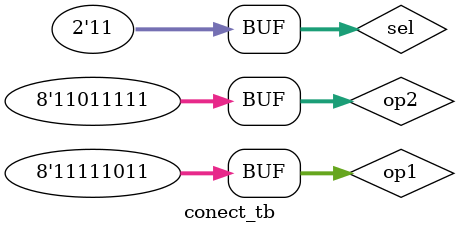
<source format=sv>
module conect_tb ();
    reg [7:0] op1, op2;
    reg [1:0] sel;
    wire [8:0] s_out;    

    conect conect_ins(
        .op1(op1),
        .op2(op2),
        .sel(sel),
        .s_out(s_out)
    );

    initial begin
        #100
        op1 = 8'b11111111;
        op2 = 8'b11111111;
        sel = 2'b00;
        #100
        op1 = 8'b11111111;
        op2 = 8'b11111111;
        sel = 2'b01;
        #100
        op1 = 8'b11111111;
        op2 = 8'b11111111;
        sel = 2'b10;
        #100
        op1 = 8'b11111111;
        op2 = 8'b11111111;
        sel = 2'b11;
        #100
        op1 = 8'b11111111;
        op2 = 8'b11111111;
        sel = 2'b11;
        #100
        op1 = 8'b11100111;
        op2 = 8'b11111001;
        sel = 2'b00;
        #100
        op1 = 8'b11100111;
        op2 = 8'b11110011;
        sel = 2'b01;
        #100
        op1 = 8'b11110011;
        op2 = 8'b11001111;
        sel = 2'b10;
        #100
        op1 = 8'b11001111;
        op2 = 8'b11111011;
        sel = 2'b11;
        #100
        op1 = 8'b11111011;
        op2 = 8'b11011111;
        sel = 2'b11;
    end
endmodule
</source>
